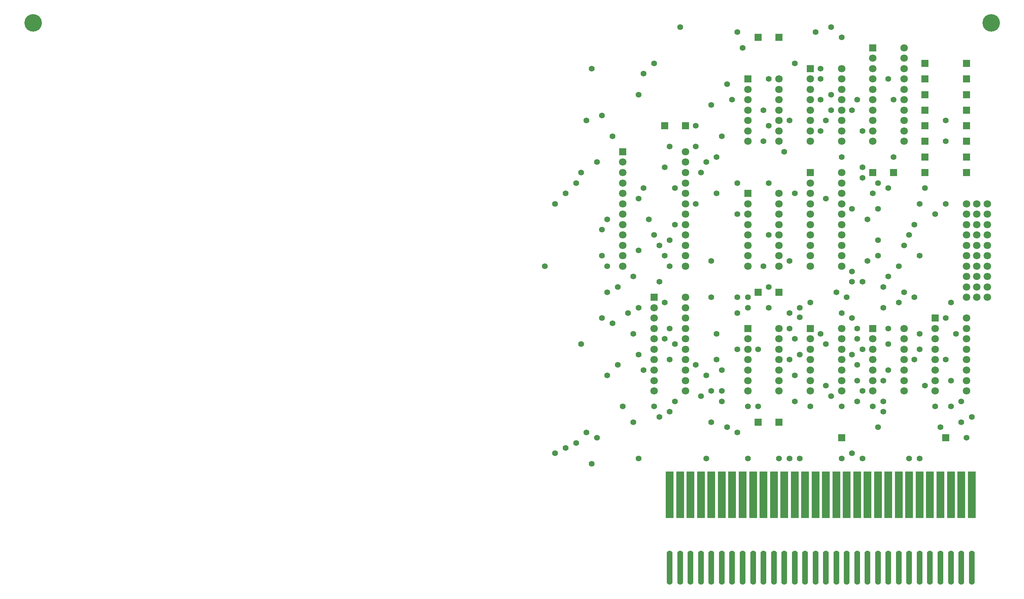
<source format=gts>
G04*
G04 #@! TF.GenerationSoftware,Altium Limited,Altium Designer,23.6.0 (18)*
G04*
G04 Layer_Color=8388736*
%FSLAX44Y44*%
%MOMM*%
G71*
G04*
G04 #@! TF.SameCoordinates,35715F93-6BA4-45ED-89E8-8F7F27010EA2*
G04*
G04*
G04 #@! TF.FilePolarity,Negative*
G04*
G01*
G75*
%ADD13R,1.9032X11.2032*%
G04:AMPARAMS|DCode=14|XSize=1.4032mm|YSize=8.2032mm|CornerRadius=0.7016mm|HoleSize=0mm|Usage=FLASHONLY|Rotation=0.000|XOffset=0mm|YOffset=0mm|HoleType=Round|Shape=RoundedRectangle|*
%AMROUNDEDRECTD14*
21,1,1.4032,6.8000,0,0,0.0*
21,1,0.0000,8.2032,0,0,0.0*
1,1,1.4032,0.0000,-3.4000*
1,1,1.4032,0.0000,-3.4000*
1,1,1.4032,0.0000,3.4000*
1,1,1.4032,0.0000,3.4000*
%
%ADD14ROUNDEDRECTD14*%
%ADD15C,1.8032*%
%ADD16R,1.8032X1.8032*%
%ADD17R,1.8032X1.8032*%
%ADD18C,4.2032*%
%ADD19C,1.4032*%
D13*
X1912500Y400000D02*
D03*
X1937498D02*
D03*
X1962500D02*
D03*
X1987501D02*
D03*
X2012500D02*
D03*
X2037501D02*
D03*
X2062499D02*
D03*
X2087501D02*
D03*
X2112499D02*
D03*
X2137500D02*
D03*
X2162499D02*
D03*
X2187500D02*
D03*
X2212499D02*
D03*
X2237500D02*
D03*
X2262499D02*
D03*
X2287500D02*
D03*
X2312499D02*
D03*
X2337500D02*
D03*
X2362499D02*
D03*
X2387500D02*
D03*
X2412499D02*
D03*
X2437500D02*
D03*
X2462499D02*
D03*
X2487500D02*
D03*
X2512498D02*
D03*
X2537500D02*
D03*
X2562498D02*
D03*
X2587500D02*
D03*
X2612501D02*
D03*
X2637499D02*
D03*
D14*
X2162499Y225000D02*
D03*
X2112499D02*
D03*
X2087501D02*
D03*
X2062499D02*
D03*
X2037501D02*
D03*
X2012500D02*
D03*
X1987501D02*
D03*
X1962500D02*
D03*
X1937498D02*
D03*
X1912500D02*
D03*
X2137500D02*
D03*
X2462499D02*
D03*
X2412499D02*
D03*
X2387500D02*
D03*
X2362499D02*
D03*
X2337500D02*
D03*
X2287500D02*
D03*
X2262499D02*
D03*
X2237500D02*
D03*
X2212499D02*
D03*
X2187500D02*
D03*
X2312499D02*
D03*
X2437500D02*
D03*
X2637499D02*
D03*
X2537500D02*
D03*
X2512498D02*
D03*
X2487500D02*
D03*
X2562498D02*
D03*
X2612501D02*
D03*
X2587500D02*
D03*
D15*
X2675000Y1100000D02*
D03*
X2650000D02*
D03*
X2625000D02*
D03*
X2675000Y1075000D02*
D03*
X2650000D02*
D03*
X2625000D02*
D03*
X2675000Y1050000D02*
D03*
X2650000D02*
D03*
X2625000D02*
D03*
X2675000Y1025000D02*
D03*
X2650000D02*
D03*
X2625000D02*
D03*
X2675000Y1000000D02*
D03*
X2650000D02*
D03*
X2625000D02*
D03*
X2675000Y975000D02*
D03*
X2650000D02*
D03*
X2625000D02*
D03*
X2675000Y950000D02*
D03*
X2650000D02*
D03*
X2625000D02*
D03*
X2675000Y925000D02*
D03*
X2650000D02*
D03*
X2625000D02*
D03*
X2675000Y900000D02*
D03*
X2650000D02*
D03*
X2625000D02*
D03*
X2675000Y875000D02*
D03*
X2650000D02*
D03*
X2625000D02*
D03*
X1950000Y775000D02*
D03*
Y750000D02*
D03*
Y700000D02*
D03*
Y725000D02*
D03*
Y675000D02*
D03*
X1875000Y650000D02*
D03*
Y675000D02*
D03*
Y700000D02*
D03*
Y725000D02*
D03*
Y750000D02*
D03*
Y775000D02*
D03*
Y825000D02*
D03*
Y800000D02*
D03*
Y850000D02*
D03*
X1950000Y825000D02*
D03*
Y800000D02*
D03*
Y850000D02*
D03*
Y875000D02*
D03*
Y650000D02*
D03*
X2250000Y775000D02*
D03*
Y725000D02*
D03*
Y750000D02*
D03*
Y700000D02*
D03*
Y675000D02*
D03*
Y650000D02*
D03*
X2325000D02*
D03*
Y675000D02*
D03*
Y700000D02*
D03*
Y725000D02*
D03*
Y750000D02*
D03*
Y800000D02*
D03*
Y775000D02*
D03*
X2100000D02*
D03*
Y725000D02*
D03*
Y750000D02*
D03*
Y700000D02*
D03*
Y675000D02*
D03*
Y650000D02*
D03*
X2175000D02*
D03*
Y675000D02*
D03*
Y700000D02*
D03*
Y725000D02*
D03*
Y750000D02*
D03*
Y800000D02*
D03*
Y775000D02*
D03*
X2550000Y800000D02*
D03*
Y750000D02*
D03*
Y775000D02*
D03*
Y725000D02*
D03*
Y700000D02*
D03*
Y675000D02*
D03*
Y650000D02*
D03*
X2625000D02*
D03*
Y675000D02*
D03*
Y700000D02*
D03*
Y725000D02*
D03*
Y775000D02*
D03*
Y750000D02*
D03*
Y800000D02*
D03*
Y825000D02*
D03*
X2400000Y775000D02*
D03*
Y725000D02*
D03*
Y750000D02*
D03*
Y700000D02*
D03*
Y675000D02*
D03*
Y650000D02*
D03*
X2475000D02*
D03*
Y675000D02*
D03*
Y700000D02*
D03*
Y725000D02*
D03*
Y750000D02*
D03*
Y800000D02*
D03*
Y775000D02*
D03*
X2325000Y1175000D02*
D03*
Y1150000D02*
D03*
Y1125000D02*
D03*
Y1100000D02*
D03*
X2250000Y1150000D02*
D03*
Y1100000D02*
D03*
Y1125000D02*
D03*
Y1075000D02*
D03*
Y1050000D02*
D03*
Y1025000D02*
D03*
Y1000000D02*
D03*
Y975000D02*
D03*
Y950000D02*
D03*
X2325000D02*
D03*
Y975000D02*
D03*
Y1025000D02*
D03*
Y1000000D02*
D03*
Y1050000D02*
D03*
Y1075000D02*
D03*
X2100000Y1100000D02*
D03*
Y1050000D02*
D03*
Y1075000D02*
D03*
Y1025000D02*
D03*
Y1000000D02*
D03*
Y975000D02*
D03*
Y950000D02*
D03*
X2175000D02*
D03*
Y975000D02*
D03*
Y1000000D02*
D03*
Y1025000D02*
D03*
Y1075000D02*
D03*
Y1050000D02*
D03*
Y1100000D02*
D03*
Y1125000D02*
D03*
X2475000Y1475000D02*
D03*
Y1450000D02*
D03*
Y1425000D02*
D03*
Y1400000D02*
D03*
X2400000Y1450000D02*
D03*
Y1400000D02*
D03*
Y1425000D02*
D03*
Y1375000D02*
D03*
Y1350000D02*
D03*
Y1325000D02*
D03*
Y1300000D02*
D03*
Y1275000D02*
D03*
Y1250000D02*
D03*
X2475000D02*
D03*
Y1275000D02*
D03*
Y1325000D02*
D03*
Y1300000D02*
D03*
Y1350000D02*
D03*
Y1375000D02*
D03*
X2250000Y1400000D02*
D03*
Y1350000D02*
D03*
Y1375000D02*
D03*
Y1325000D02*
D03*
Y1300000D02*
D03*
Y1275000D02*
D03*
Y1250000D02*
D03*
X2325000D02*
D03*
Y1275000D02*
D03*
Y1300000D02*
D03*
Y1325000D02*
D03*
Y1375000D02*
D03*
Y1350000D02*
D03*
Y1400000D02*
D03*
Y1425000D02*
D03*
X2100000Y1375000D02*
D03*
Y1325000D02*
D03*
Y1350000D02*
D03*
Y1300000D02*
D03*
Y1275000D02*
D03*
Y1250000D02*
D03*
X2175000D02*
D03*
Y1275000D02*
D03*
Y1300000D02*
D03*
Y1325000D02*
D03*
Y1350000D02*
D03*
Y1400000D02*
D03*
Y1375000D02*
D03*
X1950000Y1025000D02*
D03*
Y1000000D02*
D03*
Y950000D02*
D03*
Y975000D02*
D03*
X1800000Y950000D02*
D03*
Y975000D02*
D03*
Y1000000D02*
D03*
Y1025000D02*
D03*
Y1050000D02*
D03*
Y1075000D02*
D03*
Y1100000D02*
D03*
Y1125000D02*
D03*
Y1175000D02*
D03*
Y1150000D02*
D03*
Y1200000D02*
D03*
X1950000Y1075000D02*
D03*
Y1050000D02*
D03*
Y1100000D02*
D03*
Y1125000D02*
D03*
Y1175000D02*
D03*
Y1150000D02*
D03*
Y1200000D02*
D03*
Y1225000D02*
D03*
D16*
X1875000Y875000D02*
D03*
X2250000Y800000D02*
D03*
X2100000D02*
D03*
X2550000Y825000D02*
D03*
X2400000Y800000D02*
D03*
X2250000Y1175000D02*
D03*
X2100000Y1125000D02*
D03*
X2400000Y1475000D02*
D03*
X2250000Y1425000D02*
D03*
X2100000Y1400000D02*
D03*
X1800000Y1225000D02*
D03*
D17*
X2400000Y1175000D02*
D03*
X2450000D02*
D03*
X2325000Y537500D02*
D03*
X2575000D02*
D03*
X2525000Y1175000D02*
D03*
X2625000D02*
D03*
X2525000Y1212500D02*
D03*
X2625000D02*
D03*
X2525000Y1250000D02*
D03*
X2625000D02*
D03*
X2525000Y1287500D02*
D03*
X2625000D02*
D03*
X2525000Y1325000D02*
D03*
X2625000D02*
D03*
X2525000Y1362500D02*
D03*
X2625000D02*
D03*
X2525000Y1400000D02*
D03*
X2625000D02*
D03*
X2525000Y1437500D02*
D03*
X2625000D02*
D03*
X1900000Y1287500D02*
D03*
X1950000D02*
D03*
X2125000Y887500D02*
D03*
X2175000D02*
D03*
X2125000Y575000D02*
D03*
X2175000D02*
D03*
X2125000Y1500000D02*
D03*
X2175000D02*
D03*
D18*
X384000Y1535000D02*
D03*
X2684000D02*
D03*
D19*
X2225000Y826658D02*
D03*
X2587500Y862500D02*
D03*
X2200000Y725000D02*
D03*
Y962500D02*
D03*
Y1300000D02*
D03*
X2350000Y1325000D02*
D03*
X2625000Y537500D02*
D03*
X2512500Y750000D02*
D03*
X1612500Y950000D02*
D03*
X2425000Y850000D02*
D03*
X1762500Y950000D02*
D03*
X1850000Y700000D02*
D03*
X1762500Y687500D02*
D03*
X2437500Y800000D02*
D03*
Y762500D02*
D03*
X2225000Y850000D02*
D03*
X2200000Y837500D02*
D03*
Y800000D02*
D03*
X2212500Y775000D02*
D03*
X2225000Y737500D02*
D03*
X2125000Y750000D02*
D03*
X2150000Y900000D02*
D03*
Y850000D02*
D03*
X2137500Y950000D02*
D03*
X2150000Y1025000D02*
D03*
X2212500Y1125000D02*
D03*
X2187500Y1225000D02*
D03*
X2150000Y1150000D02*
D03*
X2137500Y1250000D02*
D03*
X2150000Y1287500D02*
D03*
X1937500Y1525000D02*
D03*
X2075000Y1512500D02*
D03*
X2087500Y1475000D02*
D03*
X2137500Y1325000D02*
D03*
X2150000Y1400000D02*
D03*
X2212500Y1437500D02*
D03*
X2262500Y1512500D02*
D03*
X2300000Y1525000D02*
D03*
X2325000Y1500000D02*
D03*
X2275000Y1425000D02*
D03*
Y1400000D02*
D03*
Y1350000D02*
D03*
X2300000Y1362500D02*
D03*
Y1325000D02*
D03*
X2287500Y1300000D02*
D03*
X2275000Y1275000D02*
D03*
X2437500Y1400000D02*
D03*
X2450000Y1350000D02*
D03*
X2362500D02*
D03*
X2375000Y1275000D02*
D03*
X2575000Y1300000D02*
D03*
Y1250000D02*
D03*
X2500000Y1050000D02*
D03*
X2450000Y1212500D02*
D03*
X2325000D02*
D03*
X2287500Y1112500D02*
D03*
X2375000Y1187500D02*
D03*
Y1162500D02*
D03*
X2350000Y1087500D02*
D03*
X2387500Y1062500D02*
D03*
X2412500Y1150000D02*
D03*
Y1087500D02*
D03*
X2400000Y1125000D02*
D03*
X2437500Y1137500D02*
D03*
X2525000D02*
D03*
X2512500Y1100000D02*
D03*
X2575000D02*
D03*
X2550000Y1075000D02*
D03*
X2250000Y862500D02*
D03*
X2487500Y1025000D02*
D03*
X2512500Y975000D02*
D03*
X2475000Y1000000D02*
D03*
X2462500Y950000D02*
D03*
X2437500Y925000D02*
D03*
X2425000Y900000D02*
D03*
X2412500Y1012500D02*
D03*
Y975000D02*
D03*
X2387500Y962500D02*
D03*
X2350000Y937500D02*
D03*
X2375000Y912500D02*
D03*
X2350000D02*
D03*
X2312500Y887500D02*
D03*
X2337500Y875000D02*
D03*
X2275000Y787500D02*
D03*
X2287500Y762500D02*
D03*
X2325000Y837500D02*
D03*
X2350000Y825000D02*
D03*
X2362500Y800000D02*
D03*
Y775000D02*
D03*
X2350000Y737500D02*
D03*
X2375000Y750000D02*
D03*
X2575000Y825000D02*
D03*
X2462500Y862500D02*
D03*
X2475000Y887500D02*
D03*
X2500000Y875000D02*
D03*
X2512500Y787500D02*
D03*
X2600000D02*
D03*
X2575000Y725000D02*
D03*
X2587500Y675000D02*
D03*
X2612500Y625000D02*
D03*
X2587500Y612500D02*
D03*
X2637500Y587500D02*
D03*
X2612500Y575000D02*
D03*
X2562500Y562500D02*
D03*
X2550000Y612500D02*
D03*
X2525000Y662500D02*
D03*
X2500000Y725000D02*
D03*
X2437500Y700000D02*
D03*
X2425000Y675000D02*
D03*
X2125000Y612500D02*
D03*
X2212500Y687500D02*
D03*
Y625000D02*
D03*
X2250000Y612500D02*
D03*
X2287500Y662500D02*
D03*
X2300000Y637500D02*
D03*
X2325000Y612500D02*
D03*
X2362500Y712500D02*
D03*
Y675000D02*
D03*
X2375000Y650000D02*
D03*
X2362500Y625000D02*
D03*
X2400000Y612500D02*
D03*
X2425000Y625000D02*
D03*
Y600000D02*
D03*
X2412500Y562500D02*
D03*
X2512500Y487500D02*
D03*
X2487500D02*
D03*
X2375000D02*
D03*
X2350000Y500000D02*
D03*
X2325000Y487500D02*
D03*
X2225000D02*
D03*
X2200000D02*
D03*
X2175000D02*
D03*
X2100000Y612500D02*
D03*
X1925000Y625000D02*
D03*
X2037500D02*
D03*
X2100000Y487500D02*
D03*
X2000000D02*
D03*
X1637500Y500000D02*
D03*
X1662500Y512500D02*
D03*
X1687500Y525000D02*
D03*
X1712500Y550000D02*
D03*
X1737500Y537500D02*
D03*
X1725000Y475000D02*
D03*
X1837500Y487500D02*
D03*
X1825000Y575000D02*
D03*
X1800000Y612500D02*
D03*
X1875000D02*
D03*
X1887500Y587500D02*
D03*
X1912500Y600000D02*
D03*
X2012500Y575000D02*
D03*
X2050000Y562500D02*
D03*
X2075000Y550000D02*
D03*
X2037500Y650000D02*
D03*
X2012500D02*
D03*
X1987500Y637500D02*
D03*
X2000000Y687500D02*
D03*
X2037500Y700000D02*
D03*
X2100000Y850000D02*
D03*
Y875000D02*
D03*
X2075000D02*
D03*
Y837500D02*
D03*
Y750000D02*
D03*
X1975000Y712500D02*
D03*
X2025000Y725000D02*
D03*
Y787500D02*
D03*
X2012500Y875000D02*
D03*
X1925000Y762500D02*
D03*
X1912500Y725000D02*
D03*
X1900000Y775000D02*
D03*
X1912500Y800000D02*
D03*
X1900000Y862500D02*
D03*
X1887500Y912500D02*
D03*
X1787500Y712500D02*
D03*
X1837500Y737500D02*
D03*
Y850000D02*
D03*
X1812500Y837500D02*
D03*
X1825000Y787500D02*
D03*
X1700000Y762500D02*
D03*
X1750000Y825000D02*
D03*
X1775000Y812500D02*
D03*
X1762500Y887500D02*
D03*
X1787500Y900000D02*
D03*
X1825000Y925000D02*
D03*
X1912500Y950000D02*
D03*
X2012500Y962500D02*
D03*
X2075000Y1075000D02*
D03*
Y1150000D02*
D03*
X2025000Y1125000D02*
D03*
X2000000Y1200000D02*
D03*
X1987500Y1175000D02*
D03*
X1975000Y1100000D02*
D03*
X1900000Y975000D02*
D03*
X1925000Y1137500D02*
D03*
Y1050000D02*
D03*
X1912500Y1012500D02*
D03*
X1887500Y1000000D02*
D03*
X1875000Y1025000D02*
D03*
X1862500Y1062500D02*
D03*
X1837500Y987500D02*
D03*
Y1112500D02*
D03*
X1850000Y1137500D02*
D03*
X1900000Y1187500D02*
D03*
X1750000Y975000D02*
D03*
Y1037500D02*
D03*
X1762500Y1062500D02*
D03*
X1637500Y1100000D02*
D03*
X1662500Y1125000D02*
D03*
X1687500Y1150000D02*
D03*
X1700000Y1175000D02*
D03*
X1737500Y1200000D02*
D03*
X1912500Y1237500D02*
D03*
X2025000Y1212500D02*
D03*
X2037500Y1262500D02*
D03*
X1975000Y1237500D02*
D03*
Y1287500D02*
D03*
X2050000Y1387500D02*
D03*
X2062500Y1350000D02*
D03*
X2012500Y1337500D02*
D03*
X1775000Y1262500D02*
D03*
X1712500Y1300000D02*
D03*
X1750000Y1312500D02*
D03*
X1837500Y1362500D02*
D03*
X1875000Y1437500D02*
D03*
X1850000Y1412500D02*
D03*
X1725000Y1425000D02*
D03*
M02*

</source>
